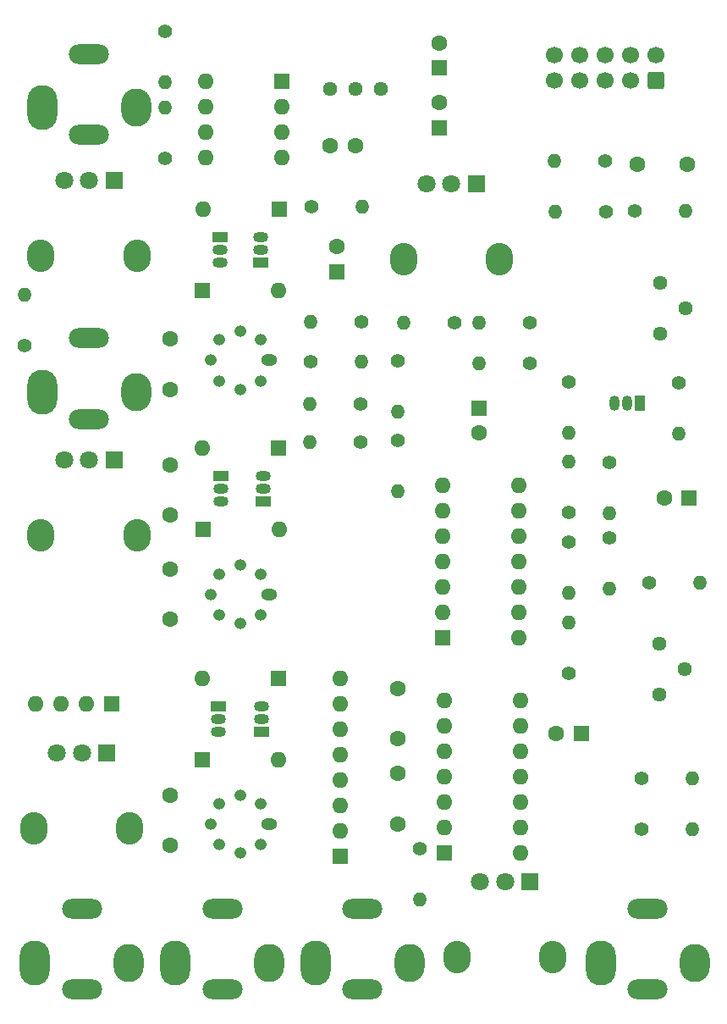
<source format=gbr>
%TF.GenerationSoftware,KiCad,Pcbnew,(7.0.0)*%
%TF.CreationDate,2023-08-02T14:23:00-04:00*%
%TF.ProjectId,Goom,476f6f6d-2e6b-4696-9361-645f70636258,rev?*%
%TF.SameCoordinates,Original*%
%TF.FileFunction,Soldermask,Bot*%
%TF.FilePolarity,Negative*%
%FSLAX46Y46*%
G04 Gerber Fmt 4.6, Leading zero omitted, Abs format (unit mm)*
G04 Created by KiCad (PCBNEW (7.0.0)) date 2023-08-02 14:23:00*
%MOMM*%
%LPD*%
G01*
G04 APERTURE LIST*
G04 Aperture macros list*
%AMRoundRect*
0 Rectangle with rounded corners*
0 $1 Rounding radius*
0 $2 $3 $4 $5 $6 $7 $8 $9 X,Y pos of 4 corners*
0 Add a 4 corners polygon primitive as box body*
4,1,4,$2,$3,$4,$5,$6,$7,$8,$9,$2,$3,0*
0 Add four circle primitives for the rounded corners*
1,1,$1+$1,$2,$3*
1,1,$1+$1,$4,$5*
1,1,$1+$1,$6,$7*
1,1,$1+$1,$8,$9*
0 Add four rect primitives between the rounded corners*
20,1,$1+$1,$2,$3,$4,$5,0*
20,1,$1+$1,$4,$5,$6,$7,0*
20,1,$1+$1,$6,$7,$8,$9,0*
20,1,$1+$1,$8,$9,$2,$3,0*%
G04 Aperture macros list end*
%ADD10O,3.000000X4.500000*%
%ADD11O,3.000000X3.800000*%
%ADD12O,4.000000X2.000000*%
%ADD13C,1.600000*%
%ADD14R,1.600000X1.600000*%
%ADD15O,2.720000X3.240000*%
%ADD16R,1.800000X1.800000*%
%ADD17C,1.800000*%
%ADD18O,1.600000X1.600000*%
%ADD19O,1.400000X1.400000*%
%ADD20C,1.400000*%
%ADD21R,1.500000X1.050000*%
%ADD22O,1.500000X1.050000*%
%ADD23C,1.440000*%
%ADD24O,1.600000X1.200000*%
%ADD25O,1.200000X1.200000*%
%ADD26RoundRect,0.250000X0.600000X-0.600000X0.600000X0.600000X-0.600000X0.600000X-0.600000X-0.600000X0*%
%ADD27C,1.700000*%
%ADD28R,1.050000X1.500000*%
%ADD29O,1.050000X1.500000*%
G04 APERTURE END LIST*
D10*
%TO.C,J6*%
X80135999Y-130047999D03*
D11*
X89535999Y-130047999D03*
D12*
X84835999Y-124647999D03*
X84835999Y-132747999D03*
%TD*%
D13*
%TO.C,C11*%
X53703000Y-58460000D03*
D14*
X53702999Y-60959999D03*
%TD*%
D15*
%TO.C,RV5*%
X75339999Y-129459999D03*
X65739999Y-129459999D03*
D16*
X73039999Y-121959999D03*
D17*
X70540000Y-121960000D03*
X68040000Y-121960000D03*
%TD*%
D15*
%TO.C,RV1*%
X33722599Y-59384999D03*
X24122599Y-59384999D03*
D16*
X31422599Y-51884999D03*
D17*
X28922600Y-51885000D03*
X26422600Y-51885000D03*
%TD*%
D10*
%TO.C,J1*%
X24222599Y-44609999D03*
D11*
X33622599Y-44609999D03*
D12*
X28922599Y-39209999D03*
X28922599Y-47309999D03*
%TD*%
D15*
%TO.C,RV2*%
X33722599Y-87319999D03*
X24122599Y-87319999D03*
D16*
X31422599Y-79819999D03*
D17*
X28922600Y-79820000D03*
X26422600Y-79820000D03*
%TD*%
D15*
%TO.C,RV3*%
X33022599Y-116609999D03*
X23422599Y-116609999D03*
D16*
X30722599Y-109109999D03*
D17*
X28222600Y-109110000D03*
X25722600Y-109110000D03*
%TD*%
D10*
%TO.C,J5*%
X51594299Y-130047999D03*
D11*
X60994299Y-130047999D03*
D12*
X56294299Y-124647999D03*
X56294299Y-132747999D03*
%TD*%
D10*
%TO.C,J4*%
X37558449Y-130047999D03*
D11*
X46958449Y-130047999D03*
D12*
X42258449Y-124647999D03*
X42258449Y-132747999D03*
%TD*%
D15*
%TO.C,RV4*%
X69987599Y-59734999D03*
X60387599Y-59734999D03*
D16*
X67687599Y-52234999D03*
D17*
X65187600Y-52235000D03*
X62687600Y-52235000D03*
%TD*%
D10*
%TO.C,J3*%
X23522599Y-130047999D03*
D11*
X32922599Y-130047999D03*
D12*
X28222599Y-124647999D03*
X28222599Y-132747999D03*
%TD*%
D10*
%TO.C,J2*%
X24222599Y-73009999D03*
D11*
X33622599Y-73009999D03*
D12*
X28922599Y-67609999D03*
X28922599Y-75709999D03*
%TD*%
D13*
%TO.C,C13*%
X83751200Y-50241200D03*
X88751200Y-50241200D03*
%TD*%
D14*
%TO.C,U2*%
X64454999Y-119109999D03*
D18*
X64454999Y-116569999D03*
X64454999Y-114029999D03*
X64454999Y-111489999D03*
X64454999Y-108949999D03*
X64454999Y-106409999D03*
X64454999Y-103869999D03*
X72074999Y-103869999D03*
X72074999Y-106409999D03*
X72074999Y-108949999D03*
X72074999Y-111489999D03*
X72074999Y-114029999D03*
X72074999Y-116569999D03*
X72074999Y-119109999D03*
%TD*%
D19*
%TO.C,R23*%
X76954999Y-79989999D03*
D20*
X76955000Y-85070000D03*
%TD*%
D21*
%TO.C,Q3*%
X46209999Y-106933999D03*
D22*
X46209999Y-105663999D03*
X46209999Y-104393999D03*
%TD*%
D14*
%TO.C,C12*%
X63954999Y-40609999D03*
D13*
X63955000Y-38110000D03*
%TD*%
D20*
%TO.C,R14*%
X87955000Y-72110000D03*
D19*
X87954999Y-77189999D03*
%TD*%
%TO.C,R9*%
X80954999Y-85109999D03*
D20*
X80955000Y-80030000D03*
%TD*%
%TO.C,R7*%
X22461000Y-68326000D03*
D19*
X22460999Y-63245999D03*
%TD*%
D14*
%TO.C,D3*%
X47871261Y-78612999D03*
D18*
X40251261Y-78612999D03*
%TD*%
D14*
%TO.C,U3*%
X64334999Y-97609999D03*
D18*
X64334999Y-95069999D03*
X64334999Y-92529999D03*
X64334999Y-89989999D03*
X64334999Y-87449999D03*
X64334999Y-84909999D03*
X64334999Y-82369999D03*
X71954999Y-82369999D03*
X71954999Y-84909999D03*
X71954999Y-87449999D03*
X71954999Y-89989999D03*
X71954999Y-92529999D03*
X71954999Y-95069999D03*
X71954999Y-97609999D03*
%TD*%
D14*
%TO.C,U1*%
X48241999Y-41909999D03*
D18*
X48241999Y-44449999D03*
X48241999Y-46989999D03*
X48241999Y-49529999D03*
X40621999Y-49529999D03*
X40621999Y-46989999D03*
X40621999Y-44449999D03*
X40621999Y-41909999D03*
%TD*%
D20*
%TO.C,R29*%
X84201000Y-116713000D03*
D19*
X89280999Y-116712999D03*
%TD*%
D14*
%TO.C,RN1*%
X31162599Y-104209999D03*
D18*
X28622599Y-104209999D03*
X26082599Y-104209999D03*
X23542599Y-104209999D03*
%TD*%
D14*
%TO.C,D6*%
X40240999Y-62864999D03*
D18*
X47860999Y-62864999D03*
%TD*%
D13*
%TO.C,C2*%
X55568000Y-48387000D03*
X53068000Y-48387000D03*
%TD*%
D21*
%TO.C,Q7*%
X46082999Y-60070999D03*
D22*
X46082999Y-58800999D03*
X46082999Y-57530999D03*
%TD*%
D14*
%TO.C,C10*%
X78160112Y-107109999D03*
D13*
X75660113Y-107110000D03*
%TD*%
D20*
%TO.C,R6*%
X36566000Y-49626000D03*
D19*
X36565999Y-44545999D03*
%TD*%
D21*
%TO.C,Q2*%
X41891999Y-104393999D03*
D22*
X41891999Y-105663999D03*
X41891999Y-106933999D03*
%TD*%
D20*
%TO.C,R10*%
X56116000Y-77978000D03*
D19*
X51035999Y-77977999D03*
%TD*%
D20*
%TO.C,R34*%
X80525400Y-49885600D03*
D19*
X75445399Y-49885599D03*
%TD*%
D20*
%TO.C,R13*%
X51163000Y-54483000D03*
D19*
X56242999Y-54482999D03*
%TD*%
D21*
%TO.C,Q5*%
X46347261Y-83946999D03*
D22*
X46347261Y-82676999D03*
X46347261Y-81406999D03*
%TD*%
D20*
%TO.C,R2*%
X84955000Y-92110000D03*
D19*
X90034999Y-92109999D03*
%TD*%
D20*
%TO.C,R33*%
X80627800Y-54991000D03*
D19*
X75547799Y-54990999D03*
%TD*%
D23*
%TO.C,T2*%
X86088000Y-62103000D03*
X88628000Y-64643000D03*
X86088000Y-67183000D03*
%TD*%
D24*
%TO.C,U4*%
X46969999Y-116204999D03*
D25*
X46114751Y-118269751D03*
X44049999Y-119124999D03*
X41985247Y-118269751D03*
X41129999Y-116204999D03*
X41985247Y-114140247D03*
X44049999Y-113284999D03*
X46114751Y-114140247D03*
%TD*%
D20*
%TO.C,R31*%
X51081000Y-69978000D03*
D19*
X56160999Y-69977999D03*
%TD*%
D20*
%TO.C,R12*%
X73035000Y-66110000D03*
D19*
X67954999Y-66109999D03*
%TD*%
D20*
%TO.C,R26*%
X65495000Y-66110000D03*
D19*
X60414999Y-66109999D03*
%TD*%
D20*
%TO.C,R22*%
X72995000Y-70110000D03*
D19*
X67914999Y-70109999D03*
%TD*%
D13*
%TO.C,C7*%
X37066000Y-72731000D03*
X37066000Y-67731000D03*
%TD*%
D14*
%TO.C,C1*%
X88954999Y-83609999D03*
D13*
X86455000Y-83610000D03*
%TD*%
D20*
%TO.C,R25*%
X59799000Y-69850000D03*
D19*
X59798999Y-74929999D03*
%TD*%
D24*
%TO.C,U5*%
X46969999Y-93250751D03*
D25*
X46114751Y-95315503D03*
X44049999Y-96170751D03*
X41985247Y-95315503D03*
X41129999Y-93250751D03*
X41985247Y-91185999D03*
X44049999Y-90330751D03*
X46114751Y-91185999D03*
%TD*%
D13*
%TO.C,C4*%
X37066000Y-118324000D03*
X37066000Y-113324000D03*
%TD*%
D20*
%TO.C,R16*%
X59799000Y-77850000D03*
D19*
X59798999Y-82929999D03*
%TD*%
D14*
%TO.C,RN2*%
X54083999Y-119389999D03*
D18*
X54083999Y-116849999D03*
X54083999Y-114309999D03*
X54083999Y-111769999D03*
X54083999Y-109229999D03*
X54083999Y-106689999D03*
X54083999Y-104149999D03*
X54083999Y-101609999D03*
%TD*%
D20*
%TO.C,R28*%
X80955000Y-87570000D03*
D19*
X80954999Y-92649999D03*
%TD*%
D20*
%TO.C,R30*%
X56201000Y-65978000D03*
D19*
X51120999Y-65977999D03*
%TD*%
D26*
%TO.C,J9*%
X85681600Y-41833800D03*
D27*
X85681600Y-39293800D03*
X83141600Y-41833800D03*
X83141600Y-39293800D03*
X80601600Y-41833800D03*
X80601600Y-39293800D03*
X78061600Y-41833800D03*
X78061600Y-39293800D03*
X75521600Y-41833800D03*
X75521600Y-39293800D03*
%TD*%
D14*
%TO.C,D2*%
X40240999Y-109727999D03*
D18*
X47860999Y-109727999D03*
%TD*%
D28*
%TO.C,Q1*%
X83994999Y-74109999D03*
D29*
X82724999Y-74109999D03*
X81454999Y-74109999D03*
%TD*%
D23*
%TO.C,T3*%
X85955000Y-98171000D03*
X88495000Y-100711000D03*
X85955000Y-103251000D03*
%TD*%
D24*
%TO.C,U6*%
X46969999Y-69817247D03*
D25*
X46114751Y-71881999D03*
X44049999Y-72737247D03*
X41985247Y-71881999D03*
X41129999Y-69817247D03*
X41985247Y-67752495D03*
X44049999Y-66897247D03*
X46114751Y-67752495D03*
%TD*%
D13*
%TO.C,C5*%
X37066000Y-95718000D03*
X37066000Y-90718000D03*
%TD*%
D21*
%TO.C,Q6*%
X42010737Y-57530999D03*
D22*
X42010737Y-58800999D03*
X42010737Y-60070999D03*
%TD*%
D20*
%TO.C,R5*%
X76955000Y-72030000D03*
D19*
X76954999Y-77109999D03*
%TD*%
D20*
%TO.C,R32*%
X56116000Y-74178000D03*
D19*
X51035999Y-74177999D03*
%TD*%
D14*
%TO.C,D4*%
X40378261Y-86711999D03*
D18*
X47998261Y-86711999D03*
%TD*%
D13*
%TO.C,C8*%
X59799000Y-116165000D03*
X59799000Y-111165000D03*
%TD*%
D14*
%TO.C,C14*%
X63954999Y-46609999D03*
D13*
X63955000Y-44110000D03*
%TD*%
D21*
%TO.C,Q4*%
X42147999Y-81406999D03*
D22*
X42147999Y-82676999D03*
X42147999Y-83946999D03*
%TD*%
D23*
%TO.C,T1*%
X53083000Y-42727000D03*
X55623000Y-42727000D03*
X58163000Y-42727000D03*
%TD*%
D20*
%TO.C,R1*%
X83548000Y-54889400D03*
D19*
X88627999Y-54889399D03*
%TD*%
D14*
%TO.C,C3*%
X67926999Y-74609999D03*
D13*
X67927000Y-77110000D03*
%TD*%
D14*
%TO.C,D5*%
X47987999Y-54736999D03*
D18*
X40367999Y-54736999D03*
%TD*%
D14*
%TO.C,D1*%
X47860999Y-101599999D03*
D18*
X40240999Y-101599999D03*
%TD*%
D13*
%TO.C,C9*%
X59799000Y-107656000D03*
X59799000Y-102656000D03*
%TD*%
D20*
%TO.C,R8*%
X36566000Y-36957000D03*
D19*
X36565999Y-42036999D03*
%TD*%
D20*
%TO.C,R24*%
X76955000Y-88030000D03*
D19*
X76954999Y-93109999D03*
%TD*%
D20*
%TO.C,R21*%
X84201000Y-111633000D03*
D19*
X89280999Y-111632999D03*
%TD*%
D20*
%TO.C,R27*%
X76955000Y-101110000D03*
D19*
X76954999Y-96029999D03*
%TD*%
D20*
%TO.C,R11*%
X62040000Y-118640000D03*
D19*
X62039999Y-123719999D03*
%TD*%
D13*
%TO.C,C6*%
X37066000Y-85304000D03*
X37066000Y-80304000D03*
%TD*%
M02*

</source>
